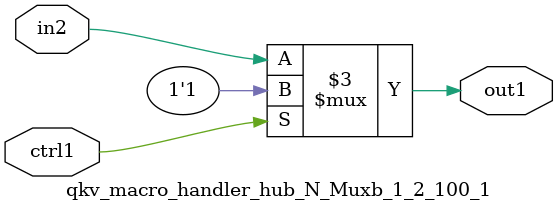
<source format=v>

`timescale 1ps / 1ps


module qkv_macro_handler_hub_N_Muxb_1_2_100_1( in2, ctrl1, out1 );

    input in2;
    input ctrl1;
    output out1;
    reg out1;

    
    // rtl_process:qkv_macro_handler_hub_N_Muxb_1_2_100_1/qkv_macro_handler_hub_N_Muxb_1_2_100_1_thread_1
    always @*
      begin : qkv_macro_handler_hub_N_Muxb_1_2_100_1_thread_1
        case (ctrl1) 
          1'b1: 
            begin
              out1 = 1'b1;
            end
          default: 
            begin
              out1 = in2;
            end
        endcase
      end

endmodule


</source>
